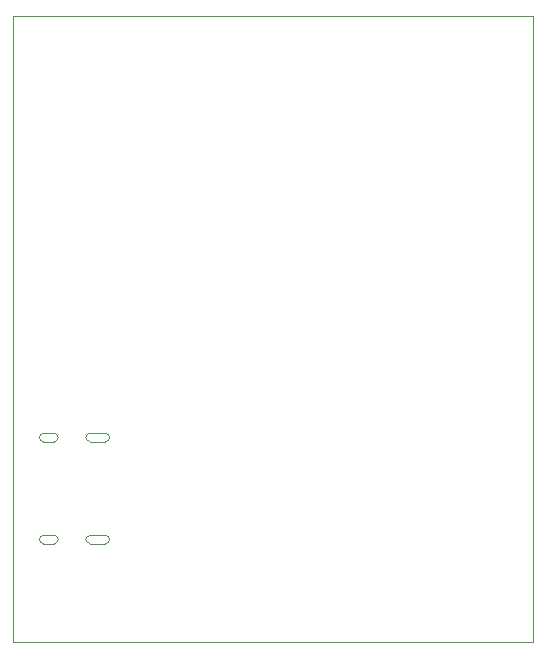
<source format=gbr>
%TF.GenerationSoftware,KiCad,Pcbnew,9.0.0*%
%TF.CreationDate,2026-01-14T01:15:15+05:30*%
%TF.ProjectId,PortablePower,506f7274-6162-46c6-9550-6f7765722e6b,rev?*%
%TF.SameCoordinates,Original*%
%TF.FileFunction,Profile,NP*%
%FSLAX46Y46*%
G04 Gerber Fmt 4.6, Leading zero omitted, Abs format (unit mm)*
G04 Created by KiCad (PCBNEW 9.0.0) date 2026-01-14 01:15:15*
%MOMM*%
%LPD*%
G01*
G04 APERTURE LIST*
%TA.AperFunction,Profile*%
%ADD10C,0.050000*%
%TD*%
%TA.AperFunction,Profile*%
%ADD11C,0.100000*%
%TD*%
G04 APERTURE END LIST*
D10*
X115000000Y-81000000D02*
X159000000Y-81000000D01*
X159000000Y-134000000D01*
X115000000Y-134000000D01*
X115000000Y-81000000D01*
D11*
%TO.C,J2*%
X117550000Y-117030000D02*
X118450000Y-117030000D01*
X117550000Y-125670000D02*
X118450000Y-125670000D01*
X118450000Y-116330000D02*
X117550000Y-116330000D01*
X118450000Y-124970000D02*
X117550000Y-124970000D01*
X121500000Y-117030000D02*
X122800000Y-117030000D01*
X121500000Y-125670000D02*
X122800000Y-125670000D01*
X122800000Y-116330000D02*
X121500000Y-116330000D01*
X122800000Y-124970000D02*
X121500000Y-124970000D01*
X117200000Y-116680000D02*
G75*
G02*
X117550000Y-116330000I350001J-1D01*
G01*
X117200000Y-125320000D02*
G75*
G02*
X117550000Y-124970000I350000J0D01*
G01*
X117550000Y-117030000D02*
G75*
G02*
X117200000Y-116680000I1J350001D01*
G01*
X117550000Y-125670000D02*
G75*
G02*
X117200000Y-125320000I0J350000D01*
G01*
X118450000Y-116330000D02*
G75*
G02*
X118800000Y-116680000I-1J-350001D01*
G01*
X118450000Y-124970000D02*
G75*
G02*
X118800000Y-125320000I0J-350000D01*
G01*
X118800000Y-116680000D02*
G75*
G02*
X118450000Y-117030000I-350001J1D01*
G01*
X118800000Y-125320000D02*
G75*
G02*
X118450000Y-125670000I-350000J0D01*
G01*
X121150000Y-116680000D02*
G75*
G02*
X121500000Y-116330000I350001J-1D01*
G01*
X121150000Y-125320000D02*
G75*
G02*
X121500000Y-124970000I350000J0D01*
G01*
X121500000Y-117030000D02*
G75*
G02*
X121150000Y-116680000I1J350001D01*
G01*
X121500000Y-125670000D02*
G75*
G02*
X121150000Y-125320000I0J350000D01*
G01*
X122800000Y-116330000D02*
G75*
G02*
X123150000Y-116680000I-1J-350001D01*
G01*
X122800000Y-124970000D02*
G75*
G02*
X123150000Y-125320000I0J-350000D01*
G01*
X123150000Y-116680000D02*
G75*
G02*
X122800000Y-117030000I-350001J1D01*
G01*
X123150000Y-125320000D02*
G75*
G02*
X122800000Y-125670000I-350000J0D01*
G01*
%TD*%
M02*

</source>
